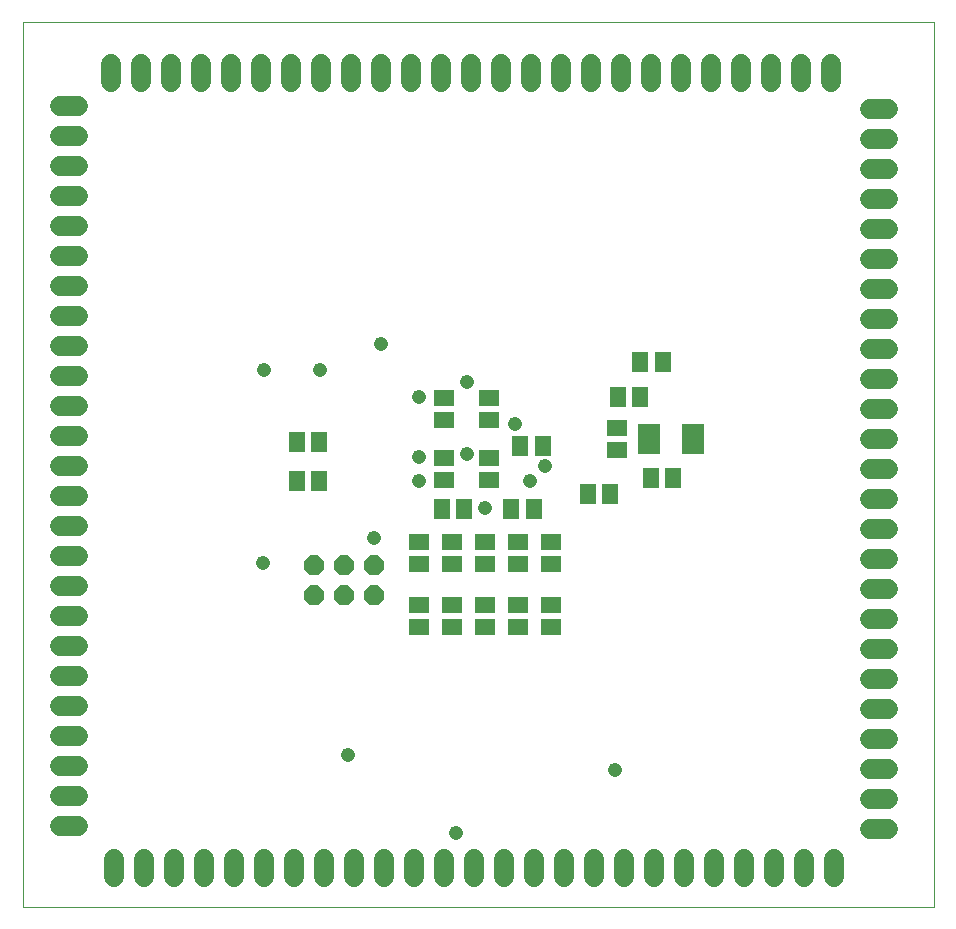
<source format=gbs>
G75*
%MOIN*%
%OFA0B0*%
%FSLAX25Y25*%
%IPPOS*%
%LPD*%
%AMOC8*
5,1,8,0,0,1.08239X$1,22.5*
%
%ADD10C,0.00000*%
%ADD11R,0.05718X0.06506*%
%ADD12R,0.06506X0.05718*%
%ADD13OC8,0.06600*%
%ADD14C,0.06600*%
%ADD15R,0.05718X0.06899*%
%ADD16R,0.07293X0.10049*%
%ADD17C,0.04756*%
D10*
X0001500Y0001500D02*
X0001500Y0296461D01*
X0305201Y0296461D01*
X0305201Y0001500D01*
X0001500Y0001500D01*
D11*
X0141217Y0134114D03*
X0148697Y0134114D03*
X0164283Y0134193D03*
X0171764Y0134193D03*
X0189760Y0139000D03*
X0197240Y0139000D03*
X0174740Y0155000D03*
X0167260Y0155000D03*
X0199760Y0171500D03*
X0207240Y0171500D03*
X0207260Y0183000D03*
X0214740Y0183000D03*
D12*
X0199500Y0161240D03*
X0199500Y0153760D03*
X0177500Y0123240D03*
X0177500Y0115760D03*
X0166500Y0115760D03*
X0166500Y0123240D03*
X0155500Y0123240D03*
X0155500Y0115760D03*
X0144500Y0115760D03*
X0144500Y0123240D03*
X0133500Y0123240D03*
X0133500Y0115760D03*
X0133500Y0102240D03*
X0133500Y0094760D03*
X0144500Y0094760D03*
X0144500Y0102240D03*
X0155500Y0102240D03*
X0155500Y0094760D03*
X0166500Y0094760D03*
X0166500Y0102240D03*
X0177500Y0102240D03*
X0177500Y0094760D03*
X0157000Y0143760D03*
X0157000Y0151240D03*
X0157000Y0163760D03*
X0157000Y0171240D03*
X0142000Y0171240D03*
X0142000Y0163760D03*
X0142000Y0151240D03*
X0142000Y0143760D03*
D13*
X0118500Y0115500D03*
X0118500Y0105500D03*
X0108500Y0105500D03*
X0108500Y0115500D03*
X0098500Y0115500D03*
X0098500Y0105500D03*
D14*
X0020000Y0108500D02*
X0014000Y0108500D01*
X0014000Y0098500D02*
X0020000Y0098500D01*
X0020000Y0088500D02*
X0014000Y0088500D01*
X0014000Y0078500D02*
X0020000Y0078500D01*
X0020000Y0068500D02*
X0014000Y0068500D01*
X0014000Y0058500D02*
X0020000Y0058500D01*
X0020000Y0048500D02*
X0014000Y0048500D01*
X0014000Y0038500D02*
X0020000Y0038500D01*
X0020000Y0028500D02*
X0014000Y0028500D01*
X0032000Y0017500D02*
X0032000Y0011500D01*
X0042000Y0011500D02*
X0042000Y0017500D01*
X0052000Y0017500D02*
X0052000Y0011500D01*
X0062000Y0011500D02*
X0062000Y0017500D01*
X0072000Y0017500D02*
X0072000Y0011500D01*
X0082000Y0011500D02*
X0082000Y0017500D01*
X0092000Y0017500D02*
X0092000Y0011500D01*
X0102000Y0011500D02*
X0102000Y0017500D01*
X0112000Y0017500D02*
X0112000Y0011500D01*
X0122000Y0011500D02*
X0122000Y0017500D01*
X0132000Y0017500D02*
X0132000Y0011500D01*
X0142000Y0011500D02*
X0142000Y0017500D01*
X0152000Y0017500D02*
X0152000Y0011500D01*
X0162000Y0011500D02*
X0162000Y0017500D01*
X0172000Y0017500D02*
X0172000Y0011500D01*
X0182000Y0011500D02*
X0182000Y0017500D01*
X0192000Y0017500D02*
X0192000Y0011500D01*
X0202000Y0011500D02*
X0202000Y0017500D01*
X0212000Y0017500D02*
X0212000Y0011500D01*
X0222000Y0011500D02*
X0222000Y0017500D01*
X0232000Y0017500D02*
X0232000Y0011500D01*
X0242000Y0011500D02*
X0242000Y0017500D01*
X0252000Y0017500D02*
X0252000Y0011500D01*
X0262000Y0011500D02*
X0262000Y0017500D01*
X0272000Y0017500D02*
X0272000Y0011500D01*
X0284000Y0027500D02*
X0290000Y0027500D01*
X0290000Y0037500D02*
X0284000Y0037500D01*
X0284000Y0047500D02*
X0290000Y0047500D01*
X0290000Y0057500D02*
X0284000Y0057500D01*
X0284000Y0067500D02*
X0290000Y0067500D01*
X0290000Y0077500D02*
X0284000Y0077500D01*
X0284000Y0087500D02*
X0290000Y0087500D01*
X0290000Y0097500D02*
X0284000Y0097500D01*
X0284000Y0107500D02*
X0290000Y0107500D01*
X0290000Y0117500D02*
X0284000Y0117500D01*
X0284000Y0127500D02*
X0290000Y0127500D01*
X0290000Y0137500D02*
X0284000Y0137500D01*
X0284000Y0147500D02*
X0290000Y0147500D01*
X0290000Y0157500D02*
X0284000Y0157500D01*
X0284000Y0167500D02*
X0290000Y0167500D01*
X0290000Y0177500D02*
X0284000Y0177500D01*
X0284000Y0187500D02*
X0290000Y0187500D01*
X0290000Y0197500D02*
X0284000Y0197500D01*
X0284000Y0207500D02*
X0290000Y0207500D01*
X0290000Y0217500D02*
X0284000Y0217500D01*
X0284000Y0227500D02*
X0290000Y0227500D01*
X0290000Y0237500D02*
X0284000Y0237500D01*
X0284000Y0247500D02*
X0290000Y0247500D01*
X0290000Y0257500D02*
X0284000Y0257500D01*
X0284000Y0267500D02*
X0290000Y0267500D01*
X0271000Y0276500D02*
X0271000Y0282500D01*
X0261000Y0282500D02*
X0261000Y0276500D01*
X0251000Y0276500D02*
X0251000Y0282500D01*
X0241000Y0282500D02*
X0241000Y0276500D01*
X0231000Y0276500D02*
X0231000Y0282500D01*
X0221000Y0282500D02*
X0221000Y0276500D01*
X0211000Y0276500D02*
X0211000Y0282500D01*
X0201000Y0282500D02*
X0201000Y0276500D01*
X0191000Y0276500D02*
X0191000Y0282500D01*
X0181000Y0282500D02*
X0181000Y0276500D01*
X0171000Y0276500D02*
X0171000Y0282500D01*
X0161000Y0282500D02*
X0161000Y0276500D01*
X0151000Y0276500D02*
X0151000Y0282500D01*
X0141000Y0282500D02*
X0141000Y0276500D01*
X0131000Y0276500D02*
X0131000Y0282500D01*
X0121000Y0282500D02*
X0121000Y0276500D01*
X0111000Y0276500D02*
X0111000Y0282500D01*
X0101000Y0282500D02*
X0101000Y0276500D01*
X0091000Y0276500D02*
X0091000Y0282500D01*
X0081000Y0282500D02*
X0081000Y0276500D01*
X0071000Y0276500D02*
X0071000Y0282500D01*
X0061000Y0282500D02*
X0061000Y0276500D01*
X0051000Y0276500D02*
X0051000Y0282500D01*
X0041000Y0282500D02*
X0041000Y0276500D01*
X0031000Y0276500D02*
X0031000Y0282500D01*
X0020000Y0268500D02*
X0014000Y0268500D01*
X0014000Y0258500D02*
X0020000Y0258500D01*
X0020000Y0248500D02*
X0014000Y0248500D01*
X0014000Y0238500D02*
X0020000Y0238500D01*
X0020000Y0228500D02*
X0014000Y0228500D01*
X0014000Y0218500D02*
X0020000Y0218500D01*
X0020000Y0208500D02*
X0014000Y0208500D01*
X0014000Y0198500D02*
X0020000Y0198500D01*
X0020000Y0188500D02*
X0014000Y0188500D01*
X0014000Y0178500D02*
X0020000Y0178500D01*
X0020000Y0168500D02*
X0014000Y0168500D01*
X0014000Y0158500D02*
X0020000Y0158500D01*
X0020000Y0148500D02*
X0014000Y0148500D01*
X0014000Y0138500D02*
X0020000Y0138500D01*
X0020000Y0128500D02*
X0014000Y0128500D01*
X0014000Y0118500D02*
X0020000Y0118500D01*
D15*
X0092760Y0143500D03*
X0100240Y0143500D03*
X0100240Y0156500D03*
X0092760Y0156500D03*
X0210760Y0144500D03*
X0218240Y0144500D03*
D16*
X0224783Y0157500D03*
X0210217Y0157500D03*
D17*
X0175500Y0148500D03*
X0170500Y0143500D03*
X0155500Y0134500D03*
X0149500Y0152500D03*
X0133500Y0151500D03*
X0133500Y0143500D03*
X0118500Y0124500D03*
X0081724Y0116080D03*
X0133500Y0171500D03*
X0149500Y0176500D03*
X0165500Y0162500D03*
X0121000Y0189000D03*
X0100500Y0180500D03*
X0081967Y0180604D03*
X0109912Y0051976D03*
X0146000Y0026000D03*
X0198769Y0047183D03*
M02*

</source>
